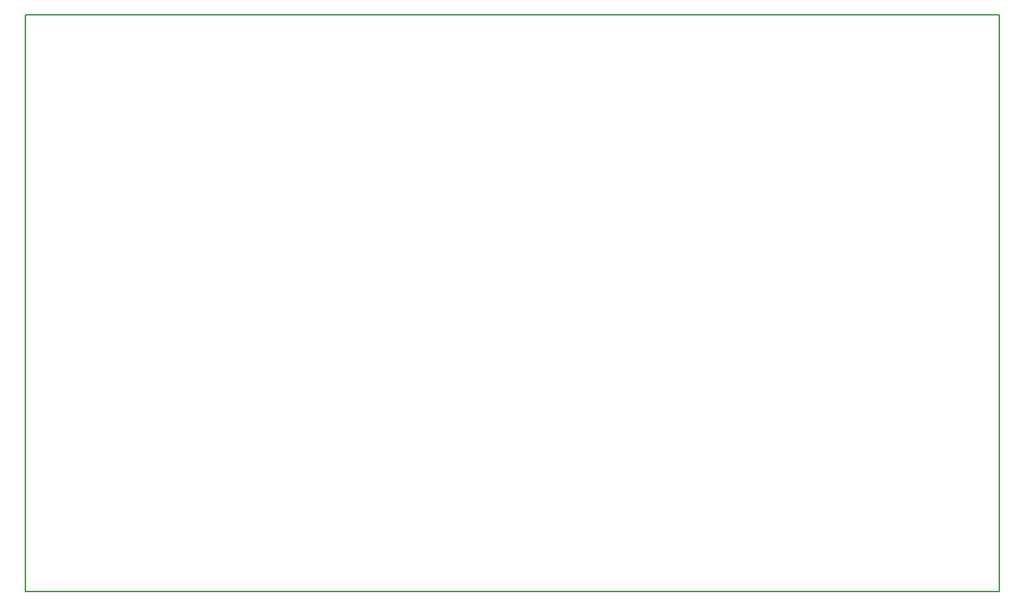
<source format=gbo>
G04 MADE WITH FRITZING*
G04 WWW.FRITZING.ORG*
G04 DOUBLE SIDED*
G04 HOLES PLATED*
G04 CONTOUR ON CENTER OF CONTOUR VECTOR*
%ASAXBY*%
%FSLAX23Y23*%
%MOIN*%
%OFA0B0*%
%SFA1.0B1.0*%
%ADD10R,4.610990X2.738010X4.594990X2.722010*%
%ADD11C,0.008000*%
%LNSILK0*%
G90*
G70*
G54D11*
X4Y2734D02*
X4607Y2734D01*
X4607Y4D01*
X4Y4D01*
X4Y2734D01*
D02*
G04 End of Silk0*
M02*
</source>
